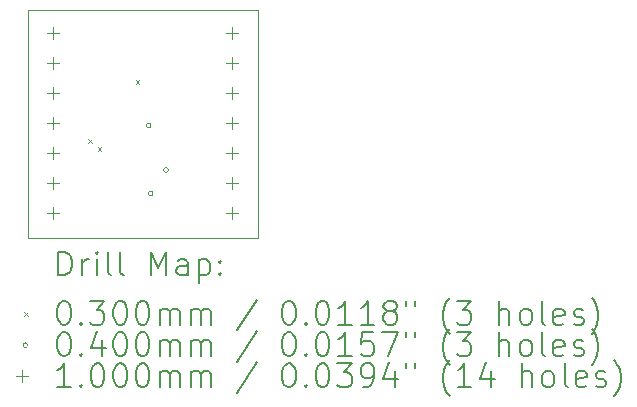
<source format=gbr>
%TF.GenerationSoftware,KiCad,Pcbnew,7.0.6*%
%TF.CreationDate,2023-08-04T12:55:17+05:30*%
%TF.ProjectId,XIAO ESP32S3 IMU,5849414f-2045-4535-9033-32533320494d,rev?*%
%TF.SameCoordinates,Original*%
%TF.FileFunction,Drillmap*%
%TF.FilePolarity,Positive*%
%FSLAX45Y45*%
G04 Gerber Fmt 4.5, Leading zero omitted, Abs format (unit mm)*
G04 Created by KiCad (PCBNEW 7.0.6) date 2023-08-04 12:55:17*
%MOMM*%
%LPD*%
G01*
G04 APERTURE LIST*
%ADD10C,0.100000*%
%ADD11C,0.200000*%
%ADD12C,0.030000*%
%ADD13C,0.040000*%
G04 APERTURE END LIST*
D10*
X12580000Y-5815000D02*
X14525000Y-5815000D01*
X14525000Y-7745000D01*
X12580000Y-7745000D01*
X12580000Y-5815000D01*
D11*
D12*
X13090000Y-6910000D02*
X13120000Y-6940000D01*
X13120000Y-6910000D02*
X13090000Y-6940000D01*
X13170000Y-6980000D02*
X13200000Y-7010000D01*
X13200000Y-6980000D02*
X13170000Y-7010000D01*
X13490000Y-6410000D02*
X13520000Y-6440000D01*
X13520000Y-6410000D02*
X13490000Y-6440000D01*
D13*
X13620050Y-6795000D02*
G75*
G03*
X13620050Y-6795000I-20000J0D01*
G01*
X13636201Y-7370000D02*
G75*
G03*
X13636201Y-7370000I-20000J0D01*
G01*
X13767587Y-7172413D02*
G75*
G03*
X13767587Y-7172413I-20000J0D01*
G01*
D10*
X12790000Y-5963000D02*
X12790000Y-6063000D01*
X12740000Y-6013000D02*
X12840000Y-6013000D01*
X12790000Y-6217000D02*
X12790000Y-6317000D01*
X12740000Y-6267000D02*
X12840000Y-6267000D01*
X12790000Y-6471000D02*
X12790000Y-6571000D01*
X12740000Y-6521000D02*
X12840000Y-6521000D01*
X12790000Y-6725000D02*
X12790000Y-6825000D01*
X12740000Y-6775000D02*
X12840000Y-6775000D01*
X12790000Y-6979000D02*
X12790000Y-7079000D01*
X12740000Y-7029000D02*
X12840000Y-7029000D01*
X12790000Y-7233000D02*
X12790000Y-7333000D01*
X12740000Y-7283000D02*
X12840000Y-7283000D01*
X12790000Y-7487000D02*
X12790000Y-7587000D01*
X12740000Y-7537000D02*
X12840000Y-7537000D01*
X14307500Y-5963000D02*
X14307500Y-6063000D01*
X14257500Y-6013000D02*
X14357500Y-6013000D01*
X14307500Y-6217000D02*
X14307500Y-6317000D01*
X14257500Y-6267000D02*
X14357500Y-6267000D01*
X14307500Y-6471000D02*
X14307500Y-6571000D01*
X14257500Y-6521000D02*
X14357500Y-6521000D01*
X14307500Y-6725000D02*
X14307500Y-6825000D01*
X14257500Y-6775000D02*
X14357500Y-6775000D01*
X14307500Y-6979000D02*
X14307500Y-7079000D01*
X14257500Y-7029000D02*
X14357500Y-7029000D01*
X14307500Y-7233000D02*
X14307500Y-7333000D01*
X14257500Y-7283000D02*
X14357500Y-7283000D01*
X14307500Y-7487000D02*
X14307500Y-7587000D01*
X14257500Y-7537000D02*
X14357500Y-7537000D01*
D11*
X12835777Y-8061484D02*
X12835777Y-7861484D01*
X12835777Y-7861484D02*
X12883396Y-7861484D01*
X12883396Y-7861484D02*
X12911967Y-7871008D01*
X12911967Y-7871008D02*
X12931015Y-7890055D01*
X12931015Y-7890055D02*
X12940539Y-7909103D01*
X12940539Y-7909103D02*
X12950062Y-7947198D01*
X12950062Y-7947198D02*
X12950062Y-7975769D01*
X12950062Y-7975769D02*
X12940539Y-8013865D01*
X12940539Y-8013865D02*
X12931015Y-8032912D01*
X12931015Y-8032912D02*
X12911967Y-8051960D01*
X12911967Y-8051960D02*
X12883396Y-8061484D01*
X12883396Y-8061484D02*
X12835777Y-8061484D01*
X13035777Y-8061484D02*
X13035777Y-7928150D01*
X13035777Y-7966246D02*
X13045301Y-7947198D01*
X13045301Y-7947198D02*
X13054824Y-7937674D01*
X13054824Y-7937674D02*
X13073872Y-7928150D01*
X13073872Y-7928150D02*
X13092920Y-7928150D01*
X13159586Y-8061484D02*
X13159586Y-7928150D01*
X13159586Y-7861484D02*
X13150062Y-7871008D01*
X13150062Y-7871008D02*
X13159586Y-7880531D01*
X13159586Y-7880531D02*
X13169110Y-7871008D01*
X13169110Y-7871008D02*
X13159586Y-7861484D01*
X13159586Y-7861484D02*
X13159586Y-7880531D01*
X13283396Y-8061484D02*
X13264348Y-8051960D01*
X13264348Y-8051960D02*
X13254824Y-8032912D01*
X13254824Y-8032912D02*
X13254824Y-7861484D01*
X13388158Y-8061484D02*
X13369110Y-8051960D01*
X13369110Y-8051960D02*
X13359586Y-8032912D01*
X13359586Y-8032912D02*
X13359586Y-7861484D01*
X13616729Y-8061484D02*
X13616729Y-7861484D01*
X13616729Y-7861484D02*
X13683396Y-8004341D01*
X13683396Y-8004341D02*
X13750062Y-7861484D01*
X13750062Y-7861484D02*
X13750062Y-8061484D01*
X13931015Y-8061484D02*
X13931015Y-7956722D01*
X13931015Y-7956722D02*
X13921491Y-7937674D01*
X13921491Y-7937674D02*
X13902443Y-7928150D01*
X13902443Y-7928150D02*
X13864348Y-7928150D01*
X13864348Y-7928150D02*
X13845301Y-7937674D01*
X13931015Y-8051960D02*
X13911967Y-8061484D01*
X13911967Y-8061484D02*
X13864348Y-8061484D01*
X13864348Y-8061484D02*
X13845301Y-8051960D01*
X13845301Y-8051960D02*
X13835777Y-8032912D01*
X13835777Y-8032912D02*
X13835777Y-8013865D01*
X13835777Y-8013865D02*
X13845301Y-7994817D01*
X13845301Y-7994817D02*
X13864348Y-7985293D01*
X13864348Y-7985293D02*
X13911967Y-7985293D01*
X13911967Y-7985293D02*
X13931015Y-7975769D01*
X14026253Y-7928150D02*
X14026253Y-8128150D01*
X14026253Y-7937674D02*
X14045301Y-7928150D01*
X14045301Y-7928150D02*
X14083396Y-7928150D01*
X14083396Y-7928150D02*
X14102443Y-7937674D01*
X14102443Y-7937674D02*
X14111967Y-7947198D01*
X14111967Y-7947198D02*
X14121491Y-7966246D01*
X14121491Y-7966246D02*
X14121491Y-8023388D01*
X14121491Y-8023388D02*
X14111967Y-8042436D01*
X14111967Y-8042436D02*
X14102443Y-8051960D01*
X14102443Y-8051960D02*
X14083396Y-8061484D01*
X14083396Y-8061484D02*
X14045301Y-8061484D01*
X14045301Y-8061484D02*
X14026253Y-8051960D01*
X14207205Y-8042436D02*
X14216729Y-8051960D01*
X14216729Y-8051960D02*
X14207205Y-8061484D01*
X14207205Y-8061484D02*
X14197682Y-8051960D01*
X14197682Y-8051960D02*
X14207205Y-8042436D01*
X14207205Y-8042436D02*
X14207205Y-8061484D01*
X14207205Y-7937674D02*
X14216729Y-7947198D01*
X14216729Y-7947198D02*
X14207205Y-7956722D01*
X14207205Y-7956722D02*
X14197682Y-7947198D01*
X14197682Y-7947198D02*
X14207205Y-7937674D01*
X14207205Y-7937674D02*
X14207205Y-7956722D01*
D12*
X12545000Y-8375000D02*
X12575000Y-8405000D01*
X12575000Y-8375000D02*
X12545000Y-8405000D01*
D11*
X12873872Y-8281484D02*
X12892920Y-8281484D01*
X12892920Y-8281484D02*
X12911967Y-8291008D01*
X12911967Y-8291008D02*
X12921491Y-8300531D01*
X12921491Y-8300531D02*
X12931015Y-8319579D01*
X12931015Y-8319579D02*
X12940539Y-8357674D01*
X12940539Y-8357674D02*
X12940539Y-8405293D01*
X12940539Y-8405293D02*
X12931015Y-8443389D01*
X12931015Y-8443389D02*
X12921491Y-8462436D01*
X12921491Y-8462436D02*
X12911967Y-8471960D01*
X12911967Y-8471960D02*
X12892920Y-8481484D01*
X12892920Y-8481484D02*
X12873872Y-8481484D01*
X12873872Y-8481484D02*
X12854824Y-8471960D01*
X12854824Y-8471960D02*
X12845301Y-8462436D01*
X12845301Y-8462436D02*
X12835777Y-8443389D01*
X12835777Y-8443389D02*
X12826253Y-8405293D01*
X12826253Y-8405293D02*
X12826253Y-8357674D01*
X12826253Y-8357674D02*
X12835777Y-8319579D01*
X12835777Y-8319579D02*
X12845301Y-8300531D01*
X12845301Y-8300531D02*
X12854824Y-8291008D01*
X12854824Y-8291008D02*
X12873872Y-8281484D01*
X13026253Y-8462436D02*
X13035777Y-8471960D01*
X13035777Y-8471960D02*
X13026253Y-8481484D01*
X13026253Y-8481484D02*
X13016729Y-8471960D01*
X13016729Y-8471960D02*
X13026253Y-8462436D01*
X13026253Y-8462436D02*
X13026253Y-8481484D01*
X13102443Y-8281484D02*
X13226253Y-8281484D01*
X13226253Y-8281484D02*
X13159586Y-8357674D01*
X13159586Y-8357674D02*
X13188158Y-8357674D01*
X13188158Y-8357674D02*
X13207205Y-8367198D01*
X13207205Y-8367198D02*
X13216729Y-8376722D01*
X13216729Y-8376722D02*
X13226253Y-8395770D01*
X13226253Y-8395770D02*
X13226253Y-8443389D01*
X13226253Y-8443389D02*
X13216729Y-8462436D01*
X13216729Y-8462436D02*
X13207205Y-8471960D01*
X13207205Y-8471960D02*
X13188158Y-8481484D01*
X13188158Y-8481484D02*
X13131015Y-8481484D01*
X13131015Y-8481484D02*
X13111967Y-8471960D01*
X13111967Y-8471960D02*
X13102443Y-8462436D01*
X13350062Y-8281484D02*
X13369110Y-8281484D01*
X13369110Y-8281484D02*
X13388158Y-8291008D01*
X13388158Y-8291008D02*
X13397682Y-8300531D01*
X13397682Y-8300531D02*
X13407205Y-8319579D01*
X13407205Y-8319579D02*
X13416729Y-8357674D01*
X13416729Y-8357674D02*
X13416729Y-8405293D01*
X13416729Y-8405293D02*
X13407205Y-8443389D01*
X13407205Y-8443389D02*
X13397682Y-8462436D01*
X13397682Y-8462436D02*
X13388158Y-8471960D01*
X13388158Y-8471960D02*
X13369110Y-8481484D01*
X13369110Y-8481484D02*
X13350062Y-8481484D01*
X13350062Y-8481484D02*
X13331015Y-8471960D01*
X13331015Y-8471960D02*
X13321491Y-8462436D01*
X13321491Y-8462436D02*
X13311967Y-8443389D01*
X13311967Y-8443389D02*
X13302443Y-8405293D01*
X13302443Y-8405293D02*
X13302443Y-8357674D01*
X13302443Y-8357674D02*
X13311967Y-8319579D01*
X13311967Y-8319579D02*
X13321491Y-8300531D01*
X13321491Y-8300531D02*
X13331015Y-8291008D01*
X13331015Y-8291008D02*
X13350062Y-8281484D01*
X13540539Y-8281484D02*
X13559586Y-8281484D01*
X13559586Y-8281484D02*
X13578634Y-8291008D01*
X13578634Y-8291008D02*
X13588158Y-8300531D01*
X13588158Y-8300531D02*
X13597682Y-8319579D01*
X13597682Y-8319579D02*
X13607205Y-8357674D01*
X13607205Y-8357674D02*
X13607205Y-8405293D01*
X13607205Y-8405293D02*
X13597682Y-8443389D01*
X13597682Y-8443389D02*
X13588158Y-8462436D01*
X13588158Y-8462436D02*
X13578634Y-8471960D01*
X13578634Y-8471960D02*
X13559586Y-8481484D01*
X13559586Y-8481484D02*
X13540539Y-8481484D01*
X13540539Y-8481484D02*
X13521491Y-8471960D01*
X13521491Y-8471960D02*
X13511967Y-8462436D01*
X13511967Y-8462436D02*
X13502443Y-8443389D01*
X13502443Y-8443389D02*
X13492920Y-8405293D01*
X13492920Y-8405293D02*
X13492920Y-8357674D01*
X13492920Y-8357674D02*
X13502443Y-8319579D01*
X13502443Y-8319579D02*
X13511967Y-8300531D01*
X13511967Y-8300531D02*
X13521491Y-8291008D01*
X13521491Y-8291008D02*
X13540539Y-8281484D01*
X13692920Y-8481484D02*
X13692920Y-8348150D01*
X13692920Y-8367198D02*
X13702443Y-8357674D01*
X13702443Y-8357674D02*
X13721491Y-8348150D01*
X13721491Y-8348150D02*
X13750063Y-8348150D01*
X13750063Y-8348150D02*
X13769110Y-8357674D01*
X13769110Y-8357674D02*
X13778634Y-8376722D01*
X13778634Y-8376722D02*
X13778634Y-8481484D01*
X13778634Y-8376722D02*
X13788158Y-8357674D01*
X13788158Y-8357674D02*
X13807205Y-8348150D01*
X13807205Y-8348150D02*
X13835777Y-8348150D01*
X13835777Y-8348150D02*
X13854824Y-8357674D01*
X13854824Y-8357674D02*
X13864348Y-8376722D01*
X13864348Y-8376722D02*
X13864348Y-8481484D01*
X13959586Y-8481484D02*
X13959586Y-8348150D01*
X13959586Y-8367198D02*
X13969110Y-8357674D01*
X13969110Y-8357674D02*
X13988158Y-8348150D01*
X13988158Y-8348150D02*
X14016729Y-8348150D01*
X14016729Y-8348150D02*
X14035777Y-8357674D01*
X14035777Y-8357674D02*
X14045301Y-8376722D01*
X14045301Y-8376722D02*
X14045301Y-8481484D01*
X14045301Y-8376722D02*
X14054824Y-8357674D01*
X14054824Y-8357674D02*
X14073872Y-8348150D01*
X14073872Y-8348150D02*
X14102443Y-8348150D01*
X14102443Y-8348150D02*
X14121491Y-8357674D01*
X14121491Y-8357674D02*
X14131015Y-8376722D01*
X14131015Y-8376722D02*
X14131015Y-8481484D01*
X14521491Y-8271960D02*
X14350063Y-8529103D01*
X14778634Y-8281484D02*
X14797682Y-8281484D01*
X14797682Y-8281484D02*
X14816729Y-8291008D01*
X14816729Y-8291008D02*
X14826253Y-8300531D01*
X14826253Y-8300531D02*
X14835777Y-8319579D01*
X14835777Y-8319579D02*
X14845301Y-8357674D01*
X14845301Y-8357674D02*
X14845301Y-8405293D01*
X14845301Y-8405293D02*
X14835777Y-8443389D01*
X14835777Y-8443389D02*
X14826253Y-8462436D01*
X14826253Y-8462436D02*
X14816729Y-8471960D01*
X14816729Y-8471960D02*
X14797682Y-8481484D01*
X14797682Y-8481484D02*
X14778634Y-8481484D01*
X14778634Y-8481484D02*
X14759586Y-8471960D01*
X14759586Y-8471960D02*
X14750063Y-8462436D01*
X14750063Y-8462436D02*
X14740539Y-8443389D01*
X14740539Y-8443389D02*
X14731015Y-8405293D01*
X14731015Y-8405293D02*
X14731015Y-8357674D01*
X14731015Y-8357674D02*
X14740539Y-8319579D01*
X14740539Y-8319579D02*
X14750063Y-8300531D01*
X14750063Y-8300531D02*
X14759586Y-8291008D01*
X14759586Y-8291008D02*
X14778634Y-8281484D01*
X14931015Y-8462436D02*
X14940539Y-8471960D01*
X14940539Y-8471960D02*
X14931015Y-8481484D01*
X14931015Y-8481484D02*
X14921491Y-8471960D01*
X14921491Y-8471960D02*
X14931015Y-8462436D01*
X14931015Y-8462436D02*
X14931015Y-8481484D01*
X15064348Y-8281484D02*
X15083396Y-8281484D01*
X15083396Y-8281484D02*
X15102444Y-8291008D01*
X15102444Y-8291008D02*
X15111967Y-8300531D01*
X15111967Y-8300531D02*
X15121491Y-8319579D01*
X15121491Y-8319579D02*
X15131015Y-8357674D01*
X15131015Y-8357674D02*
X15131015Y-8405293D01*
X15131015Y-8405293D02*
X15121491Y-8443389D01*
X15121491Y-8443389D02*
X15111967Y-8462436D01*
X15111967Y-8462436D02*
X15102444Y-8471960D01*
X15102444Y-8471960D02*
X15083396Y-8481484D01*
X15083396Y-8481484D02*
X15064348Y-8481484D01*
X15064348Y-8481484D02*
X15045301Y-8471960D01*
X15045301Y-8471960D02*
X15035777Y-8462436D01*
X15035777Y-8462436D02*
X15026253Y-8443389D01*
X15026253Y-8443389D02*
X15016729Y-8405293D01*
X15016729Y-8405293D02*
X15016729Y-8357674D01*
X15016729Y-8357674D02*
X15026253Y-8319579D01*
X15026253Y-8319579D02*
X15035777Y-8300531D01*
X15035777Y-8300531D02*
X15045301Y-8291008D01*
X15045301Y-8291008D02*
X15064348Y-8281484D01*
X15321491Y-8481484D02*
X15207206Y-8481484D01*
X15264348Y-8481484D02*
X15264348Y-8281484D01*
X15264348Y-8281484D02*
X15245301Y-8310055D01*
X15245301Y-8310055D02*
X15226253Y-8329103D01*
X15226253Y-8329103D02*
X15207206Y-8338627D01*
X15511967Y-8481484D02*
X15397682Y-8481484D01*
X15454825Y-8481484D02*
X15454825Y-8281484D01*
X15454825Y-8281484D02*
X15435777Y-8310055D01*
X15435777Y-8310055D02*
X15416729Y-8329103D01*
X15416729Y-8329103D02*
X15397682Y-8338627D01*
X15626253Y-8367198D02*
X15607206Y-8357674D01*
X15607206Y-8357674D02*
X15597682Y-8348150D01*
X15597682Y-8348150D02*
X15588158Y-8329103D01*
X15588158Y-8329103D02*
X15588158Y-8319579D01*
X15588158Y-8319579D02*
X15597682Y-8300531D01*
X15597682Y-8300531D02*
X15607206Y-8291008D01*
X15607206Y-8291008D02*
X15626253Y-8281484D01*
X15626253Y-8281484D02*
X15664348Y-8281484D01*
X15664348Y-8281484D02*
X15683396Y-8291008D01*
X15683396Y-8291008D02*
X15692920Y-8300531D01*
X15692920Y-8300531D02*
X15702444Y-8319579D01*
X15702444Y-8319579D02*
X15702444Y-8329103D01*
X15702444Y-8329103D02*
X15692920Y-8348150D01*
X15692920Y-8348150D02*
X15683396Y-8357674D01*
X15683396Y-8357674D02*
X15664348Y-8367198D01*
X15664348Y-8367198D02*
X15626253Y-8367198D01*
X15626253Y-8367198D02*
X15607206Y-8376722D01*
X15607206Y-8376722D02*
X15597682Y-8386246D01*
X15597682Y-8386246D02*
X15588158Y-8405293D01*
X15588158Y-8405293D02*
X15588158Y-8443389D01*
X15588158Y-8443389D02*
X15597682Y-8462436D01*
X15597682Y-8462436D02*
X15607206Y-8471960D01*
X15607206Y-8471960D02*
X15626253Y-8481484D01*
X15626253Y-8481484D02*
X15664348Y-8481484D01*
X15664348Y-8481484D02*
X15683396Y-8471960D01*
X15683396Y-8471960D02*
X15692920Y-8462436D01*
X15692920Y-8462436D02*
X15702444Y-8443389D01*
X15702444Y-8443389D02*
X15702444Y-8405293D01*
X15702444Y-8405293D02*
X15692920Y-8386246D01*
X15692920Y-8386246D02*
X15683396Y-8376722D01*
X15683396Y-8376722D02*
X15664348Y-8367198D01*
X15778634Y-8281484D02*
X15778634Y-8319579D01*
X15854825Y-8281484D02*
X15854825Y-8319579D01*
X16150063Y-8557674D02*
X16140539Y-8548150D01*
X16140539Y-8548150D02*
X16121491Y-8519579D01*
X16121491Y-8519579D02*
X16111968Y-8500531D01*
X16111968Y-8500531D02*
X16102444Y-8471960D01*
X16102444Y-8471960D02*
X16092920Y-8424341D01*
X16092920Y-8424341D02*
X16092920Y-8386246D01*
X16092920Y-8386246D02*
X16102444Y-8338627D01*
X16102444Y-8338627D02*
X16111968Y-8310055D01*
X16111968Y-8310055D02*
X16121491Y-8291008D01*
X16121491Y-8291008D02*
X16140539Y-8262436D01*
X16140539Y-8262436D02*
X16150063Y-8252912D01*
X16207206Y-8281484D02*
X16331015Y-8281484D01*
X16331015Y-8281484D02*
X16264348Y-8357674D01*
X16264348Y-8357674D02*
X16292920Y-8357674D01*
X16292920Y-8357674D02*
X16311968Y-8367198D01*
X16311968Y-8367198D02*
X16321491Y-8376722D01*
X16321491Y-8376722D02*
X16331015Y-8395770D01*
X16331015Y-8395770D02*
X16331015Y-8443389D01*
X16331015Y-8443389D02*
X16321491Y-8462436D01*
X16321491Y-8462436D02*
X16311968Y-8471960D01*
X16311968Y-8471960D02*
X16292920Y-8481484D01*
X16292920Y-8481484D02*
X16235777Y-8481484D01*
X16235777Y-8481484D02*
X16216729Y-8471960D01*
X16216729Y-8471960D02*
X16207206Y-8462436D01*
X16569110Y-8481484D02*
X16569110Y-8281484D01*
X16654825Y-8481484D02*
X16654825Y-8376722D01*
X16654825Y-8376722D02*
X16645301Y-8357674D01*
X16645301Y-8357674D02*
X16626253Y-8348150D01*
X16626253Y-8348150D02*
X16597682Y-8348150D01*
X16597682Y-8348150D02*
X16578634Y-8357674D01*
X16578634Y-8357674D02*
X16569110Y-8367198D01*
X16778634Y-8481484D02*
X16759587Y-8471960D01*
X16759587Y-8471960D02*
X16750063Y-8462436D01*
X16750063Y-8462436D02*
X16740539Y-8443389D01*
X16740539Y-8443389D02*
X16740539Y-8386246D01*
X16740539Y-8386246D02*
X16750063Y-8367198D01*
X16750063Y-8367198D02*
X16759587Y-8357674D01*
X16759587Y-8357674D02*
X16778634Y-8348150D01*
X16778634Y-8348150D02*
X16807206Y-8348150D01*
X16807206Y-8348150D02*
X16826253Y-8357674D01*
X16826253Y-8357674D02*
X16835777Y-8367198D01*
X16835777Y-8367198D02*
X16845301Y-8386246D01*
X16845301Y-8386246D02*
X16845301Y-8443389D01*
X16845301Y-8443389D02*
X16835777Y-8462436D01*
X16835777Y-8462436D02*
X16826253Y-8471960D01*
X16826253Y-8471960D02*
X16807206Y-8481484D01*
X16807206Y-8481484D02*
X16778634Y-8481484D01*
X16959587Y-8481484D02*
X16940539Y-8471960D01*
X16940539Y-8471960D02*
X16931015Y-8452912D01*
X16931015Y-8452912D02*
X16931015Y-8281484D01*
X17111968Y-8471960D02*
X17092920Y-8481484D01*
X17092920Y-8481484D02*
X17054825Y-8481484D01*
X17054825Y-8481484D02*
X17035777Y-8471960D01*
X17035777Y-8471960D02*
X17026253Y-8452912D01*
X17026253Y-8452912D02*
X17026253Y-8376722D01*
X17026253Y-8376722D02*
X17035777Y-8357674D01*
X17035777Y-8357674D02*
X17054825Y-8348150D01*
X17054825Y-8348150D02*
X17092920Y-8348150D01*
X17092920Y-8348150D02*
X17111968Y-8357674D01*
X17111968Y-8357674D02*
X17121492Y-8376722D01*
X17121492Y-8376722D02*
X17121492Y-8395770D01*
X17121492Y-8395770D02*
X17026253Y-8414817D01*
X17197682Y-8471960D02*
X17216730Y-8481484D01*
X17216730Y-8481484D02*
X17254825Y-8481484D01*
X17254825Y-8481484D02*
X17273873Y-8471960D01*
X17273873Y-8471960D02*
X17283396Y-8452912D01*
X17283396Y-8452912D02*
X17283396Y-8443389D01*
X17283396Y-8443389D02*
X17273873Y-8424341D01*
X17273873Y-8424341D02*
X17254825Y-8414817D01*
X17254825Y-8414817D02*
X17226253Y-8414817D01*
X17226253Y-8414817D02*
X17207206Y-8405293D01*
X17207206Y-8405293D02*
X17197682Y-8386246D01*
X17197682Y-8386246D02*
X17197682Y-8376722D01*
X17197682Y-8376722D02*
X17207206Y-8357674D01*
X17207206Y-8357674D02*
X17226253Y-8348150D01*
X17226253Y-8348150D02*
X17254825Y-8348150D01*
X17254825Y-8348150D02*
X17273873Y-8357674D01*
X17350063Y-8557674D02*
X17359587Y-8548150D01*
X17359587Y-8548150D02*
X17378634Y-8519579D01*
X17378634Y-8519579D02*
X17388158Y-8500531D01*
X17388158Y-8500531D02*
X17397682Y-8471960D01*
X17397682Y-8471960D02*
X17407206Y-8424341D01*
X17407206Y-8424341D02*
X17407206Y-8386246D01*
X17407206Y-8386246D02*
X17397682Y-8338627D01*
X17397682Y-8338627D02*
X17388158Y-8310055D01*
X17388158Y-8310055D02*
X17378634Y-8291008D01*
X17378634Y-8291008D02*
X17359587Y-8262436D01*
X17359587Y-8262436D02*
X17350063Y-8252912D01*
D13*
X12575000Y-8654000D02*
G75*
G03*
X12575000Y-8654000I-20000J0D01*
G01*
D11*
X12873872Y-8545484D02*
X12892920Y-8545484D01*
X12892920Y-8545484D02*
X12911967Y-8555008D01*
X12911967Y-8555008D02*
X12921491Y-8564531D01*
X12921491Y-8564531D02*
X12931015Y-8583579D01*
X12931015Y-8583579D02*
X12940539Y-8621674D01*
X12940539Y-8621674D02*
X12940539Y-8669293D01*
X12940539Y-8669293D02*
X12931015Y-8707389D01*
X12931015Y-8707389D02*
X12921491Y-8726436D01*
X12921491Y-8726436D02*
X12911967Y-8735960D01*
X12911967Y-8735960D02*
X12892920Y-8745484D01*
X12892920Y-8745484D02*
X12873872Y-8745484D01*
X12873872Y-8745484D02*
X12854824Y-8735960D01*
X12854824Y-8735960D02*
X12845301Y-8726436D01*
X12845301Y-8726436D02*
X12835777Y-8707389D01*
X12835777Y-8707389D02*
X12826253Y-8669293D01*
X12826253Y-8669293D02*
X12826253Y-8621674D01*
X12826253Y-8621674D02*
X12835777Y-8583579D01*
X12835777Y-8583579D02*
X12845301Y-8564531D01*
X12845301Y-8564531D02*
X12854824Y-8555008D01*
X12854824Y-8555008D02*
X12873872Y-8545484D01*
X13026253Y-8726436D02*
X13035777Y-8735960D01*
X13035777Y-8735960D02*
X13026253Y-8745484D01*
X13026253Y-8745484D02*
X13016729Y-8735960D01*
X13016729Y-8735960D02*
X13026253Y-8726436D01*
X13026253Y-8726436D02*
X13026253Y-8745484D01*
X13207205Y-8612150D02*
X13207205Y-8745484D01*
X13159586Y-8535960D02*
X13111967Y-8678817D01*
X13111967Y-8678817D02*
X13235777Y-8678817D01*
X13350062Y-8545484D02*
X13369110Y-8545484D01*
X13369110Y-8545484D02*
X13388158Y-8555008D01*
X13388158Y-8555008D02*
X13397682Y-8564531D01*
X13397682Y-8564531D02*
X13407205Y-8583579D01*
X13407205Y-8583579D02*
X13416729Y-8621674D01*
X13416729Y-8621674D02*
X13416729Y-8669293D01*
X13416729Y-8669293D02*
X13407205Y-8707389D01*
X13407205Y-8707389D02*
X13397682Y-8726436D01*
X13397682Y-8726436D02*
X13388158Y-8735960D01*
X13388158Y-8735960D02*
X13369110Y-8745484D01*
X13369110Y-8745484D02*
X13350062Y-8745484D01*
X13350062Y-8745484D02*
X13331015Y-8735960D01*
X13331015Y-8735960D02*
X13321491Y-8726436D01*
X13321491Y-8726436D02*
X13311967Y-8707389D01*
X13311967Y-8707389D02*
X13302443Y-8669293D01*
X13302443Y-8669293D02*
X13302443Y-8621674D01*
X13302443Y-8621674D02*
X13311967Y-8583579D01*
X13311967Y-8583579D02*
X13321491Y-8564531D01*
X13321491Y-8564531D02*
X13331015Y-8555008D01*
X13331015Y-8555008D02*
X13350062Y-8545484D01*
X13540539Y-8545484D02*
X13559586Y-8545484D01*
X13559586Y-8545484D02*
X13578634Y-8555008D01*
X13578634Y-8555008D02*
X13588158Y-8564531D01*
X13588158Y-8564531D02*
X13597682Y-8583579D01*
X13597682Y-8583579D02*
X13607205Y-8621674D01*
X13607205Y-8621674D02*
X13607205Y-8669293D01*
X13607205Y-8669293D02*
X13597682Y-8707389D01*
X13597682Y-8707389D02*
X13588158Y-8726436D01*
X13588158Y-8726436D02*
X13578634Y-8735960D01*
X13578634Y-8735960D02*
X13559586Y-8745484D01*
X13559586Y-8745484D02*
X13540539Y-8745484D01*
X13540539Y-8745484D02*
X13521491Y-8735960D01*
X13521491Y-8735960D02*
X13511967Y-8726436D01*
X13511967Y-8726436D02*
X13502443Y-8707389D01*
X13502443Y-8707389D02*
X13492920Y-8669293D01*
X13492920Y-8669293D02*
X13492920Y-8621674D01*
X13492920Y-8621674D02*
X13502443Y-8583579D01*
X13502443Y-8583579D02*
X13511967Y-8564531D01*
X13511967Y-8564531D02*
X13521491Y-8555008D01*
X13521491Y-8555008D02*
X13540539Y-8545484D01*
X13692920Y-8745484D02*
X13692920Y-8612150D01*
X13692920Y-8631198D02*
X13702443Y-8621674D01*
X13702443Y-8621674D02*
X13721491Y-8612150D01*
X13721491Y-8612150D02*
X13750063Y-8612150D01*
X13750063Y-8612150D02*
X13769110Y-8621674D01*
X13769110Y-8621674D02*
X13778634Y-8640722D01*
X13778634Y-8640722D02*
X13778634Y-8745484D01*
X13778634Y-8640722D02*
X13788158Y-8621674D01*
X13788158Y-8621674D02*
X13807205Y-8612150D01*
X13807205Y-8612150D02*
X13835777Y-8612150D01*
X13835777Y-8612150D02*
X13854824Y-8621674D01*
X13854824Y-8621674D02*
X13864348Y-8640722D01*
X13864348Y-8640722D02*
X13864348Y-8745484D01*
X13959586Y-8745484D02*
X13959586Y-8612150D01*
X13959586Y-8631198D02*
X13969110Y-8621674D01*
X13969110Y-8621674D02*
X13988158Y-8612150D01*
X13988158Y-8612150D02*
X14016729Y-8612150D01*
X14016729Y-8612150D02*
X14035777Y-8621674D01*
X14035777Y-8621674D02*
X14045301Y-8640722D01*
X14045301Y-8640722D02*
X14045301Y-8745484D01*
X14045301Y-8640722D02*
X14054824Y-8621674D01*
X14054824Y-8621674D02*
X14073872Y-8612150D01*
X14073872Y-8612150D02*
X14102443Y-8612150D01*
X14102443Y-8612150D02*
X14121491Y-8621674D01*
X14121491Y-8621674D02*
X14131015Y-8640722D01*
X14131015Y-8640722D02*
X14131015Y-8745484D01*
X14521491Y-8535960D02*
X14350063Y-8793103D01*
X14778634Y-8545484D02*
X14797682Y-8545484D01*
X14797682Y-8545484D02*
X14816729Y-8555008D01*
X14816729Y-8555008D02*
X14826253Y-8564531D01*
X14826253Y-8564531D02*
X14835777Y-8583579D01*
X14835777Y-8583579D02*
X14845301Y-8621674D01*
X14845301Y-8621674D02*
X14845301Y-8669293D01*
X14845301Y-8669293D02*
X14835777Y-8707389D01*
X14835777Y-8707389D02*
X14826253Y-8726436D01*
X14826253Y-8726436D02*
X14816729Y-8735960D01*
X14816729Y-8735960D02*
X14797682Y-8745484D01*
X14797682Y-8745484D02*
X14778634Y-8745484D01*
X14778634Y-8745484D02*
X14759586Y-8735960D01*
X14759586Y-8735960D02*
X14750063Y-8726436D01*
X14750063Y-8726436D02*
X14740539Y-8707389D01*
X14740539Y-8707389D02*
X14731015Y-8669293D01*
X14731015Y-8669293D02*
X14731015Y-8621674D01*
X14731015Y-8621674D02*
X14740539Y-8583579D01*
X14740539Y-8583579D02*
X14750063Y-8564531D01*
X14750063Y-8564531D02*
X14759586Y-8555008D01*
X14759586Y-8555008D02*
X14778634Y-8545484D01*
X14931015Y-8726436D02*
X14940539Y-8735960D01*
X14940539Y-8735960D02*
X14931015Y-8745484D01*
X14931015Y-8745484D02*
X14921491Y-8735960D01*
X14921491Y-8735960D02*
X14931015Y-8726436D01*
X14931015Y-8726436D02*
X14931015Y-8745484D01*
X15064348Y-8545484D02*
X15083396Y-8545484D01*
X15083396Y-8545484D02*
X15102444Y-8555008D01*
X15102444Y-8555008D02*
X15111967Y-8564531D01*
X15111967Y-8564531D02*
X15121491Y-8583579D01*
X15121491Y-8583579D02*
X15131015Y-8621674D01*
X15131015Y-8621674D02*
X15131015Y-8669293D01*
X15131015Y-8669293D02*
X15121491Y-8707389D01*
X15121491Y-8707389D02*
X15111967Y-8726436D01*
X15111967Y-8726436D02*
X15102444Y-8735960D01*
X15102444Y-8735960D02*
X15083396Y-8745484D01*
X15083396Y-8745484D02*
X15064348Y-8745484D01*
X15064348Y-8745484D02*
X15045301Y-8735960D01*
X15045301Y-8735960D02*
X15035777Y-8726436D01*
X15035777Y-8726436D02*
X15026253Y-8707389D01*
X15026253Y-8707389D02*
X15016729Y-8669293D01*
X15016729Y-8669293D02*
X15016729Y-8621674D01*
X15016729Y-8621674D02*
X15026253Y-8583579D01*
X15026253Y-8583579D02*
X15035777Y-8564531D01*
X15035777Y-8564531D02*
X15045301Y-8555008D01*
X15045301Y-8555008D02*
X15064348Y-8545484D01*
X15321491Y-8745484D02*
X15207206Y-8745484D01*
X15264348Y-8745484D02*
X15264348Y-8545484D01*
X15264348Y-8545484D02*
X15245301Y-8574055D01*
X15245301Y-8574055D02*
X15226253Y-8593103D01*
X15226253Y-8593103D02*
X15207206Y-8602627D01*
X15502444Y-8545484D02*
X15407206Y-8545484D01*
X15407206Y-8545484D02*
X15397682Y-8640722D01*
X15397682Y-8640722D02*
X15407206Y-8631198D01*
X15407206Y-8631198D02*
X15426253Y-8621674D01*
X15426253Y-8621674D02*
X15473872Y-8621674D01*
X15473872Y-8621674D02*
X15492920Y-8631198D01*
X15492920Y-8631198D02*
X15502444Y-8640722D01*
X15502444Y-8640722D02*
X15511967Y-8659770D01*
X15511967Y-8659770D02*
X15511967Y-8707389D01*
X15511967Y-8707389D02*
X15502444Y-8726436D01*
X15502444Y-8726436D02*
X15492920Y-8735960D01*
X15492920Y-8735960D02*
X15473872Y-8745484D01*
X15473872Y-8745484D02*
X15426253Y-8745484D01*
X15426253Y-8745484D02*
X15407206Y-8735960D01*
X15407206Y-8735960D02*
X15397682Y-8726436D01*
X15578634Y-8545484D02*
X15711967Y-8545484D01*
X15711967Y-8545484D02*
X15626253Y-8745484D01*
X15778634Y-8545484D02*
X15778634Y-8583579D01*
X15854825Y-8545484D02*
X15854825Y-8583579D01*
X16150063Y-8821674D02*
X16140539Y-8812150D01*
X16140539Y-8812150D02*
X16121491Y-8783579D01*
X16121491Y-8783579D02*
X16111968Y-8764531D01*
X16111968Y-8764531D02*
X16102444Y-8735960D01*
X16102444Y-8735960D02*
X16092920Y-8688341D01*
X16092920Y-8688341D02*
X16092920Y-8650246D01*
X16092920Y-8650246D02*
X16102444Y-8602627D01*
X16102444Y-8602627D02*
X16111968Y-8574055D01*
X16111968Y-8574055D02*
X16121491Y-8555008D01*
X16121491Y-8555008D02*
X16140539Y-8526436D01*
X16140539Y-8526436D02*
X16150063Y-8516912D01*
X16207206Y-8545484D02*
X16331015Y-8545484D01*
X16331015Y-8545484D02*
X16264348Y-8621674D01*
X16264348Y-8621674D02*
X16292920Y-8621674D01*
X16292920Y-8621674D02*
X16311968Y-8631198D01*
X16311968Y-8631198D02*
X16321491Y-8640722D01*
X16321491Y-8640722D02*
X16331015Y-8659770D01*
X16331015Y-8659770D02*
X16331015Y-8707389D01*
X16331015Y-8707389D02*
X16321491Y-8726436D01*
X16321491Y-8726436D02*
X16311968Y-8735960D01*
X16311968Y-8735960D02*
X16292920Y-8745484D01*
X16292920Y-8745484D02*
X16235777Y-8745484D01*
X16235777Y-8745484D02*
X16216729Y-8735960D01*
X16216729Y-8735960D02*
X16207206Y-8726436D01*
X16569110Y-8745484D02*
X16569110Y-8545484D01*
X16654825Y-8745484D02*
X16654825Y-8640722D01*
X16654825Y-8640722D02*
X16645301Y-8621674D01*
X16645301Y-8621674D02*
X16626253Y-8612150D01*
X16626253Y-8612150D02*
X16597682Y-8612150D01*
X16597682Y-8612150D02*
X16578634Y-8621674D01*
X16578634Y-8621674D02*
X16569110Y-8631198D01*
X16778634Y-8745484D02*
X16759587Y-8735960D01*
X16759587Y-8735960D02*
X16750063Y-8726436D01*
X16750063Y-8726436D02*
X16740539Y-8707389D01*
X16740539Y-8707389D02*
X16740539Y-8650246D01*
X16740539Y-8650246D02*
X16750063Y-8631198D01*
X16750063Y-8631198D02*
X16759587Y-8621674D01*
X16759587Y-8621674D02*
X16778634Y-8612150D01*
X16778634Y-8612150D02*
X16807206Y-8612150D01*
X16807206Y-8612150D02*
X16826253Y-8621674D01*
X16826253Y-8621674D02*
X16835777Y-8631198D01*
X16835777Y-8631198D02*
X16845301Y-8650246D01*
X16845301Y-8650246D02*
X16845301Y-8707389D01*
X16845301Y-8707389D02*
X16835777Y-8726436D01*
X16835777Y-8726436D02*
X16826253Y-8735960D01*
X16826253Y-8735960D02*
X16807206Y-8745484D01*
X16807206Y-8745484D02*
X16778634Y-8745484D01*
X16959587Y-8745484D02*
X16940539Y-8735960D01*
X16940539Y-8735960D02*
X16931015Y-8716912D01*
X16931015Y-8716912D02*
X16931015Y-8545484D01*
X17111968Y-8735960D02*
X17092920Y-8745484D01*
X17092920Y-8745484D02*
X17054825Y-8745484D01*
X17054825Y-8745484D02*
X17035777Y-8735960D01*
X17035777Y-8735960D02*
X17026253Y-8716912D01*
X17026253Y-8716912D02*
X17026253Y-8640722D01*
X17026253Y-8640722D02*
X17035777Y-8621674D01*
X17035777Y-8621674D02*
X17054825Y-8612150D01*
X17054825Y-8612150D02*
X17092920Y-8612150D01*
X17092920Y-8612150D02*
X17111968Y-8621674D01*
X17111968Y-8621674D02*
X17121492Y-8640722D01*
X17121492Y-8640722D02*
X17121492Y-8659770D01*
X17121492Y-8659770D02*
X17026253Y-8678817D01*
X17197682Y-8735960D02*
X17216730Y-8745484D01*
X17216730Y-8745484D02*
X17254825Y-8745484D01*
X17254825Y-8745484D02*
X17273873Y-8735960D01*
X17273873Y-8735960D02*
X17283396Y-8716912D01*
X17283396Y-8716912D02*
X17283396Y-8707389D01*
X17283396Y-8707389D02*
X17273873Y-8688341D01*
X17273873Y-8688341D02*
X17254825Y-8678817D01*
X17254825Y-8678817D02*
X17226253Y-8678817D01*
X17226253Y-8678817D02*
X17207206Y-8669293D01*
X17207206Y-8669293D02*
X17197682Y-8650246D01*
X17197682Y-8650246D02*
X17197682Y-8640722D01*
X17197682Y-8640722D02*
X17207206Y-8621674D01*
X17207206Y-8621674D02*
X17226253Y-8612150D01*
X17226253Y-8612150D02*
X17254825Y-8612150D01*
X17254825Y-8612150D02*
X17273873Y-8621674D01*
X17350063Y-8821674D02*
X17359587Y-8812150D01*
X17359587Y-8812150D02*
X17378634Y-8783579D01*
X17378634Y-8783579D02*
X17388158Y-8764531D01*
X17388158Y-8764531D02*
X17397682Y-8735960D01*
X17397682Y-8735960D02*
X17407206Y-8688341D01*
X17407206Y-8688341D02*
X17407206Y-8650246D01*
X17407206Y-8650246D02*
X17397682Y-8602627D01*
X17397682Y-8602627D02*
X17388158Y-8574055D01*
X17388158Y-8574055D02*
X17378634Y-8555008D01*
X17378634Y-8555008D02*
X17359587Y-8526436D01*
X17359587Y-8526436D02*
X17350063Y-8516912D01*
D10*
X12525000Y-8868000D02*
X12525000Y-8968000D01*
X12475000Y-8918000D02*
X12575000Y-8918000D01*
D11*
X12940539Y-9009484D02*
X12826253Y-9009484D01*
X12883396Y-9009484D02*
X12883396Y-8809484D01*
X12883396Y-8809484D02*
X12864348Y-8838055D01*
X12864348Y-8838055D02*
X12845301Y-8857103D01*
X12845301Y-8857103D02*
X12826253Y-8866627D01*
X13026253Y-8990436D02*
X13035777Y-8999960D01*
X13035777Y-8999960D02*
X13026253Y-9009484D01*
X13026253Y-9009484D02*
X13016729Y-8999960D01*
X13016729Y-8999960D02*
X13026253Y-8990436D01*
X13026253Y-8990436D02*
X13026253Y-9009484D01*
X13159586Y-8809484D02*
X13178634Y-8809484D01*
X13178634Y-8809484D02*
X13197682Y-8819008D01*
X13197682Y-8819008D02*
X13207205Y-8828531D01*
X13207205Y-8828531D02*
X13216729Y-8847579D01*
X13216729Y-8847579D02*
X13226253Y-8885674D01*
X13226253Y-8885674D02*
X13226253Y-8933293D01*
X13226253Y-8933293D02*
X13216729Y-8971389D01*
X13216729Y-8971389D02*
X13207205Y-8990436D01*
X13207205Y-8990436D02*
X13197682Y-8999960D01*
X13197682Y-8999960D02*
X13178634Y-9009484D01*
X13178634Y-9009484D02*
X13159586Y-9009484D01*
X13159586Y-9009484D02*
X13140539Y-8999960D01*
X13140539Y-8999960D02*
X13131015Y-8990436D01*
X13131015Y-8990436D02*
X13121491Y-8971389D01*
X13121491Y-8971389D02*
X13111967Y-8933293D01*
X13111967Y-8933293D02*
X13111967Y-8885674D01*
X13111967Y-8885674D02*
X13121491Y-8847579D01*
X13121491Y-8847579D02*
X13131015Y-8828531D01*
X13131015Y-8828531D02*
X13140539Y-8819008D01*
X13140539Y-8819008D02*
X13159586Y-8809484D01*
X13350062Y-8809484D02*
X13369110Y-8809484D01*
X13369110Y-8809484D02*
X13388158Y-8819008D01*
X13388158Y-8819008D02*
X13397682Y-8828531D01*
X13397682Y-8828531D02*
X13407205Y-8847579D01*
X13407205Y-8847579D02*
X13416729Y-8885674D01*
X13416729Y-8885674D02*
X13416729Y-8933293D01*
X13416729Y-8933293D02*
X13407205Y-8971389D01*
X13407205Y-8971389D02*
X13397682Y-8990436D01*
X13397682Y-8990436D02*
X13388158Y-8999960D01*
X13388158Y-8999960D02*
X13369110Y-9009484D01*
X13369110Y-9009484D02*
X13350062Y-9009484D01*
X13350062Y-9009484D02*
X13331015Y-8999960D01*
X13331015Y-8999960D02*
X13321491Y-8990436D01*
X13321491Y-8990436D02*
X13311967Y-8971389D01*
X13311967Y-8971389D02*
X13302443Y-8933293D01*
X13302443Y-8933293D02*
X13302443Y-8885674D01*
X13302443Y-8885674D02*
X13311967Y-8847579D01*
X13311967Y-8847579D02*
X13321491Y-8828531D01*
X13321491Y-8828531D02*
X13331015Y-8819008D01*
X13331015Y-8819008D02*
X13350062Y-8809484D01*
X13540539Y-8809484D02*
X13559586Y-8809484D01*
X13559586Y-8809484D02*
X13578634Y-8819008D01*
X13578634Y-8819008D02*
X13588158Y-8828531D01*
X13588158Y-8828531D02*
X13597682Y-8847579D01*
X13597682Y-8847579D02*
X13607205Y-8885674D01*
X13607205Y-8885674D02*
X13607205Y-8933293D01*
X13607205Y-8933293D02*
X13597682Y-8971389D01*
X13597682Y-8971389D02*
X13588158Y-8990436D01*
X13588158Y-8990436D02*
X13578634Y-8999960D01*
X13578634Y-8999960D02*
X13559586Y-9009484D01*
X13559586Y-9009484D02*
X13540539Y-9009484D01*
X13540539Y-9009484D02*
X13521491Y-8999960D01*
X13521491Y-8999960D02*
X13511967Y-8990436D01*
X13511967Y-8990436D02*
X13502443Y-8971389D01*
X13502443Y-8971389D02*
X13492920Y-8933293D01*
X13492920Y-8933293D02*
X13492920Y-8885674D01*
X13492920Y-8885674D02*
X13502443Y-8847579D01*
X13502443Y-8847579D02*
X13511967Y-8828531D01*
X13511967Y-8828531D02*
X13521491Y-8819008D01*
X13521491Y-8819008D02*
X13540539Y-8809484D01*
X13692920Y-9009484D02*
X13692920Y-8876150D01*
X13692920Y-8895198D02*
X13702443Y-8885674D01*
X13702443Y-8885674D02*
X13721491Y-8876150D01*
X13721491Y-8876150D02*
X13750063Y-8876150D01*
X13750063Y-8876150D02*
X13769110Y-8885674D01*
X13769110Y-8885674D02*
X13778634Y-8904722D01*
X13778634Y-8904722D02*
X13778634Y-9009484D01*
X13778634Y-8904722D02*
X13788158Y-8885674D01*
X13788158Y-8885674D02*
X13807205Y-8876150D01*
X13807205Y-8876150D02*
X13835777Y-8876150D01*
X13835777Y-8876150D02*
X13854824Y-8885674D01*
X13854824Y-8885674D02*
X13864348Y-8904722D01*
X13864348Y-8904722D02*
X13864348Y-9009484D01*
X13959586Y-9009484D02*
X13959586Y-8876150D01*
X13959586Y-8895198D02*
X13969110Y-8885674D01*
X13969110Y-8885674D02*
X13988158Y-8876150D01*
X13988158Y-8876150D02*
X14016729Y-8876150D01*
X14016729Y-8876150D02*
X14035777Y-8885674D01*
X14035777Y-8885674D02*
X14045301Y-8904722D01*
X14045301Y-8904722D02*
X14045301Y-9009484D01*
X14045301Y-8904722D02*
X14054824Y-8885674D01*
X14054824Y-8885674D02*
X14073872Y-8876150D01*
X14073872Y-8876150D02*
X14102443Y-8876150D01*
X14102443Y-8876150D02*
X14121491Y-8885674D01*
X14121491Y-8885674D02*
X14131015Y-8904722D01*
X14131015Y-8904722D02*
X14131015Y-9009484D01*
X14521491Y-8799960D02*
X14350063Y-9057103D01*
X14778634Y-8809484D02*
X14797682Y-8809484D01*
X14797682Y-8809484D02*
X14816729Y-8819008D01*
X14816729Y-8819008D02*
X14826253Y-8828531D01*
X14826253Y-8828531D02*
X14835777Y-8847579D01*
X14835777Y-8847579D02*
X14845301Y-8885674D01*
X14845301Y-8885674D02*
X14845301Y-8933293D01*
X14845301Y-8933293D02*
X14835777Y-8971389D01*
X14835777Y-8971389D02*
X14826253Y-8990436D01*
X14826253Y-8990436D02*
X14816729Y-8999960D01*
X14816729Y-8999960D02*
X14797682Y-9009484D01*
X14797682Y-9009484D02*
X14778634Y-9009484D01*
X14778634Y-9009484D02*
X14759586Y-8999960D01*
X14759586Y-8999960D02*
X14750063Y-8990436D01*
X14750063Y-8990436D02*
X14740539Y-8971389D01*
X14740539Y-8971389D02*
X14731015Y-8933293D01*
X14731015Y-8933293D02*
X14731015Y-8885674D01*
X14731015Y-8885674D02*
X14740539Y-8847579D01*
X14740539Y-8847579D02*
X14750063Y-8828531D01*
X14750063Y-8828531D02*
X14759586Y-8819008D01*
X14759586Y-8819008D02*
X14778634Y-8809484D01*
X14931015Y-8990436D02*
X14940539Y-8999960D01*
X14940539Y-8999960D02*
X14931015Y-9009484D01*
X14931015Y-9009484D02*
X14921491Y-8999960D01*
X14921491Y-8999960D02*
X14931015Y-8990436D01*
X14931015Y-8990436D02*
X14931015Y-9009484D01*
X15064348Y-8809484D02*
X15083396Y-8809484D01*
X15083396Y-8809484D02*
X15102444Y-8819008D01*
X15102444Y-8819008D02*
X15111967Y-8828531D01*
X15111967Y-8828531D02*
X15121491Y-8847579D01*
X15121491Y-8847579D02*
X15131015Y-8885674D01*
X15131015Y-8885674D02*
X15131015Y-8933293D01*
X15131015Y-8933293D02*
X15121491Y-8971389D01*
X15121491Y-8971389D02*
X15111967Y-8990436D01*
X15111967Y-8990436D02*
X15102444Y-8999960D01*
X15102444Y-8999960D02*
X15083396Y-9009484D01*
X15083396Y-9009484D02*
X15064348Y-9009484D01*
X15064348Y-9009484D02*
X15045301Y-8999960D01*
X15045301Y-8999960D02*
X15035777Y-8990436D01*
X15035777Y-8990436D02*
X15026253Y-8971389D01*
X15026253Y-8971389D02*
X15016729Y-8933293D01*
X15016729Y-8933293D02*
X15016729Y-8885674D01*
X15016729Y-8885674D02*
X15026253Y-8847579D01*
X15026253Y-8847579D02*
X15035777Y-8828531D01*
X15035777Y-8828531D02*
X15045301Y-8819008D01*
X15045301Y-8819008D02*
X15064348Y-8809484D01*
X15197682Y-8809484D02*
X15321491Y-8809484D01*
X15321491Y-8809484D02*
X15254825Y-8885674D01*
X15254825Y-8885674D02*
X15283396Y-8885674D01*
X15283396Y-8885674D02*
X15302444Y-8895198D01*
X15302444Y-8895198D02*
X15311967Y-8904722D01*
X15311967Y-8904722D02*
X15321491Y-8923770D01*
X15321491Y-8923770D02*
X15321491Y-8971389D01*
X15321491Y-8971389D02*
X15311967Y-8990436D01*
X15311967Y-8990436D02*
X15302444Y-8999960D01*
X15302444Y-8999960D02*
X15283396Y-9009484D01*
X15283396Y-9009484D02*
X15226253Y-9009484D01*
X15226253Y-9009484D02*
X15207206Y-8999960D01*
X15207206Y-8999960D02*
X15197682Y-8990436D01*
X15416729Y-9009484D02*
X15454825Y-9009484D01*
X15454825Y-9009484D02*
X15473872Y-8999960D01*
X15473872Y-8999960D02*
X15483396Y-8990436D01*
X15483396Y-8990436D02*
X15502444Y-8961865D01*
X15502444Y-8961865D02*
X15511967Y-8923770D01*
X15511967Y-8923770D02*
X15511967Y-8847579D01*
X15511967Y-8847579D02*
X15502444Y-8828531D01*
X15502444Y-8828531D02*
X15492920Y-8819008D01*
X15492920Y-8819008D02*
X15473872Y-8809484D01*
X15473872Y-8809484D02*
X15435777Y-8809484D01*
X15435777Y-8809484D02*
X15416729Y-8819008D01*
X15416729Y-8819008D02*
X15407206Y-8828531D01*
X15407206Y-8828531D02*
X15397682Y-8847579D01*
X15397682Y-8847579D02*
X15397682Y-8895198D01*
X15397682Y-8895198D02*
X15407206Y-8914246D01*
X15407206Y-8914246D02*
X15416729Y-8923770D01*
X15416729Y-8923770D02*
X15435777Y-8933293D01*
X15435777Y-8933293D02*
X15473872Y-8933293D01*
X15473872Y-8933293D02*
X15492920Y-8923770D01*
X15492920Y-8923770D02*
X15502444Y-8914246D01*
X15502444Y-8914246D02*
X15511967Y-8895198D01*
X15683396Y-8876150D02*
X15683396Y-9009484D01*
X15635777Y-8799960D02*
X15588158Y-8942817D01*
X15588158Y-8942817D02*
X15711967Y-8942817D01*
X15778634Y-8809484D02*
X15778634Y-8847579D01*
X15854825Y-8809484D02*
X15854825Y-8847579D01*
X16150063Y-9085674D02*
X16140539Y-9076150D01*
X16140539Y-9076150D02*
X16121491Y-9047579D01*
X16121491Y-9047579D02*
X16111968Y-9028531D01*
X16111968Y-9028531D02*
X16102444Y-8999960D01*
X16102444Y-8999960D02*
X16092920Y-8952341D01*
X16092920Y-8952341D02*
X16092920Y-8914246D01*
X16092920Y-8914246D02*
X16102444Y-8866627D01*
X16102444Y-8866627D02*
X16111968Y-8838055D01*
X16111968Y-8838055D02*
X16121491Y-8819008D01*
X16121491Y-8819008D02*
X16140539Y-8790436D01*
X16140539Y-8790436D02*
X16150063Y-8780912D01*
X16331015Y-9009484D02*
X16216729Y-9009484D01*
X16273872Y-9009484D02*
X16273872Y-8809484D01*
X16273872Y-8809484D02*
X16254825Y-8838055D01*
X16254825Y-8838055D02*
X16235777Y-8857103D01*
X16235777Y-8857103D02*
X16216729Y-8866627D01*
X16502444Y-8876150D02*
X16502444Y-9009484D01*
X16454825Y-8799960D02*
X16407206Y-8942817D01*
X16407206Y-8942817D02*
X16531015Y-8942817D01*
X16759587Y-9009484D02*
X16759587Y-8809484D01*
X16845301Y-9009484D02*
X16845301Y-8904722D01*
X16845301Y-8904722D02*
X16835777Y-8885674D01*
X16835777Y-8885674D02*
X16816730Y-8876150D01*
X16816730Y-8876150D02*
X16788158Y-8876150D01*
X16788158Y-8876150D02*
X16769110Y-8885674D01*
X16769110Y-8885674D02*
X16759587Y-8895198D01*
X16969111Y-9009484D02*
X16950063Y-8999960D01*
X16950063Y-8999960D02*
X16940539Y-8990436D01*
X16940539Y-8990436D02*
X16931015Y-8971389D01*
X16931015Y-8971389D02*
X16931015Y-8914246D01*
X16931015Y-8914246D02*
X16940539Y-8895198D01*
X16940539Y-8895198D02*
X16950063Y-8885674D01*
X16950063Y-8885674D02*
X16969111Y-8876150D01*
X16969111Y-8876150D02*
X16997682Y-8876150D01*
X16997682Y-8876150D02*
X17016730Y-8885674D01*
X17016730Y-8885674D02*
X17026253Y-8895198D01*
X17026253Y-8895198D02*
X17035777Y-8914246D01*
X17035777Y-8914246D02*
X17035777Y-8971389D01*
X17035777Y-8971389D02*
X17026253Y-8990436D01*
X17026253Y-8990436D02*
X17016730Y-8999960D01*
X17016730Y-8999960D02*
X16997682Y-9009484D01*
X16997682Y-9009484D02*
X16969111Y-9009484D01*
X17150063Y-9009484D02*
X17131015Y-8999960D01*
X17131015Y-8999960D02*
X17121492Y-8980912D01*
X17121492Y-8980912D02*
X17121492Y-8809484D01*
X17302444Y-8999960D02*
X17283396Y-9009484D01*
X17283396Y-9009484D02*
X17245301Y-9009484D01*
X17245301Y-9009484D02*
X17226253Y-8999960D01*
X17226253Y-8999960D02*
X17216730Y-8980912D01*
X17216730Y-8980912D02*
X17216730Y-8904722D01*
X17216730Y-8904722D02*
X17226253Y-8885674D01*
X17226253Y-8885674D02*
X17245301Y-8876150D01*
X17245301Y-8876150D02*
X17283396Y-8876150D01*
X17283396Y-8876150D02*
X17302444Y-8885674D01*
X17302444Y-8885674D02*
X17311968Y-8904722D01*
X17311968Y-8904722D02*
X17311968Y-8923770D01*
X17311968Y-8923770D02*
X17216730Y-8942817D01*
X17388158Y-8999960D02*
X17407206Y-9009484D01*
X17407206Y-9009484D02*
X17445301Y-9009484D01*
X17445301Y-9009484D02*
X17464349Y-8999960D01*
X17464349Y-8999960D02*
X17473873Y-8980912D01*
X17473873Y-8980912D02*
X17473873Y-8971389D01*
X17473873Y-8971389D02*
X17464349Y-8952341D01*
X17464349Y-8952341D02*
X17445301Y-8942817D01*
X17445301Y-8942817D02*
X17416730Y-8942817D01*
X17416730Y-8942817D02*
X17397682Y-8933293D01*
X17397682Y-8933293D02*
X17388158Y-8914246D01*
X17388158Y-8914246D02*
X17388158Y-8904722D01*
X17388158Y-8904722D02*
X17397682Y-8885674D01*
X17397682Y-8885674D02*
X17416730Y-8876150D01*
X17416730Y-8876150D02*
X17445301Y-8876150D01*
X17445301Y-8876150D02*
X17464349Y-8885674D01*
X17540539Y-9085674D02*
X17550063Y-9076150D01*
X17550063Y-9076150D02*
X17569111Y-9047579D01*
X17569111Y-9047579D02*
X17578634Y-9028531D01*
X17578634Y-9028531D02*
X17588158Y-8999960D01*
X17588158Y-8999960D02*
X17597682Y-8952341D01*
X17597682Y-8952341D02*
X17597682Y-8914246D01*
X17597682Y-8914246D02*
X17588158Y-8866627D01*
X17588158Y-8866627D02*
X17578634Y-8838055D01*
X17578634Y-8838055D02*
X17569111Y-8819008D01*
X17569111Y-8819008D02*
X17550063Y-8790436D01*
X17550063Y-8790436D02*
X17540539Y-8780912D01*
M02*

</source>
